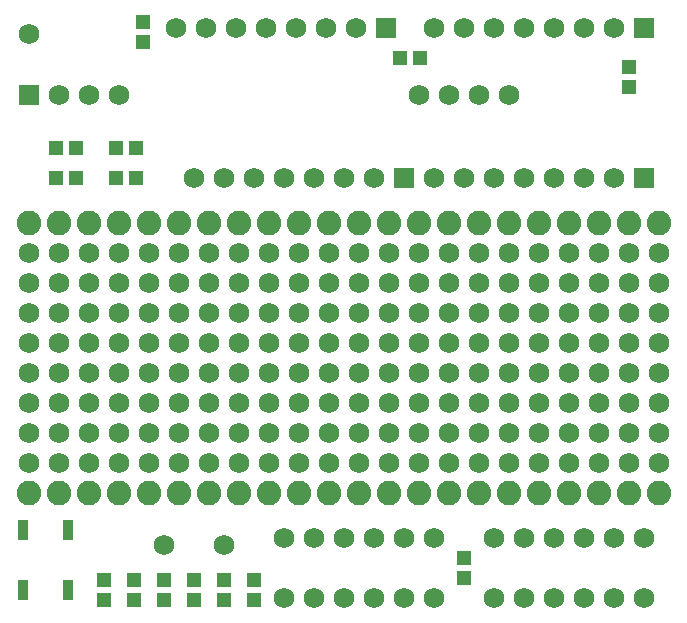
<source format=gts>
G75*
G70*
%OFA0B0*%
%FSLAX24Y24*%
%IPPOS*%
%LPD*%
%AMOC8*
5,1,8,0,0,1.08239X$1,22.5*
%
%ADD10C,0.0680*%
%ADD11R,0.0680X0.0680*%
%ADD12R,0.0474X0.0513*%
%ADD13R,0.0380X0.0680*%
%ADD14C,0.0820*%
%ADD15R,0.0513X0.0474*%
D10*
X005702Y003304D03*
X007702Y003304D03*
X009702Y003554D03*
X010702Y003554D03*
X011702Y003554D03*
X012702Y003554D03*
X013702Y003554D03*
X014702Y003554D03*
X016702Y003554D03*
X017702Y003554D03*
X018702Y003554D03*
X019702Y003554D03*
X020702Y003554D03*
X021702Y003554D03*
X021702Y001554D03*
X020702Y001554D03*
X019702Y001554D03*
X018702Y001554D03*
X017702Y001554D03*
X016702Y001554D03*
X014702Y001554D03*
X013702Y001554D03*
X012702Y001554D03*
X011702Y001554D03*
X010702Y001554D03*
X009702Y001554D03*
X010202Y006054D03*
X011202Y006054D03*
X012202Y006054D03*
X013202Y006054D03*
X013202Y007054D03*
X012202Y007054D03*
X011202Y007054D03*
X010202Y007054D03*
X009202Y007054D03*
X009202Y006054D03*
X008202Y006054D03*
X008202Y007054D03*
X008202Y008054D03*
X009202Y008054D03*
X010202Y008054D03*
X011202Y008054D03*
X012202Y008054D03*
X013202Y008054D03*
X013202Y009054D03*
X012202Y009054D03*
X011202Y009054D03*
X010202Y009054D03*
X009202Y009054D03*
X008202Y009054D03*
X008202Y010054D03*
X009202Y010054D03*
X010202Y010054D03*
X011202Y010054D03*
X012202Y010054D03*
X013202Y010054D03*
X013202Y011054D03*
X012202Y011054D03*
X011202Y011054D03*
X010202Y011054D03*
X009202Y011054D03*
X008202Y011054D03*
X008202Y012054D03*
X009202Y012054D03*
X010202Y012054D03*
X011202Y012054D03*
X012202Y012054D03*
X013202Y012054D03*
X014202Y012054D03*
X015202Y012054D03*
X016202Y012054D03*
X017202Y012054D03*
X018202Y012054D03*
X019202Y012054D03*
X020202Y012054D03*
X021202Y012054D03*
X022202Y012054D03*
X022202Y011054D03*
X022202Y010054D03*
X021202Y010054D03*
X021202Y011054D03*
X020202Y011054D03*
X020202Y010054D03*
X019202Y010054D03*
X019202Y011054D03*
X018202Y011054D03*
X018202Y010054D03*
X017202Y010054D03*
X017202Y011054D03*
X016202Y011054D03*
X016202Y010054D03*
X015202Y010054D03*
X015202Y011054D03*
X014202Y011054D03*
X014202Y010054D03*
X014202Y009054D03*
X015202Y009054D03*
X016202Y009054D03*
X017202Y009054D03*
X018202Y009054D03*
X019202Y009054D03*
X020202Y009054D03*
X020202Y008054D03*
X019202Y008054D03*
X018202Y008054D03*
X017202Y008054D03*
X016202Y008054D03*
X015202Y008054D03*
X014202Y008054D03*
X014202Y007054D03*
X015202Y007054D03*
X016202Y007054D03*
X017202Y007054D03*
X018202Y007054D03*
X019202Y007054D03*
X020202Y007054D03*
X020202Y006054D03*
X019202Y006054D03*
X018202Y006054D03*
X017202Y006054D03*
X016202Y006054D03*
X015202Y006054D03*
X014202Y006054D03*
X021202Y006054D03*
X022202Y006054D03*
X022202Y007054D03*
X021202Y007054D03*
X021202Y008054D03*
X022202Y008054D03*
X022202Y009054D03*
X021202Y009054D03*
X021202Y013054D03*
X022202Y013054D03*
X020202Y013054D03*
X019202Y013054D03*
X018202Y013054D03*
X017202Y013054D03*
X016202Y013054D03*
X015202Y013054D03*
X014202Y013054D03*
X013202Y013054D03*
X012202Y013054D03*
X011202Y013054D03*
X010202Y013054D03*
X009202Y013054D03*
X008202Y013054D03*
X007202Y013054D03*
X006202Y013054D03*
X005202Y013054D03*
X004202Y013054D03*
X003202Y013054D03*
X002202Y013054D03*
X002202Y012054D03*
X003202Y012054D03*
X004202Y012054D03*
X005202Y012054D03*
X006202Y012054D03*
X007202Y012054D03*
X007202Y011054D03*
X007202Y010054D03*
X006202Y010054D03*
X006202Y011054D03*
X005202Y011054D03*
X005202Y010054D03*
X004202Y010054D03*
X004202Y011054D03*
X003202Y011054D03*
X003202Y010054D03*
X002202Y010054D03*
X002202Y011054D03*
X001202Y011054D03*
X001202Y010054D03*
X001202Y009054D03*
X001202Y008054D03*
X002202Y008054D03*
X003202Y008054D03*
X004202Y008054D03*
X005202Y008054D03*
X006202Y008054D03*
X007202Y008054D03*
X007202Y009054D03*
X006202Y009054D03*
X005202Y009054D03*
X004202Y009054D03*
X003202Y009054D03*
X002202Y009054D03*
X002202Y007054D03*
X003202Y007054D03*
X004202Y007054D03*
X005202Y007054D03*
X006202Y007054D03*
X007202Y007054D03*
X007202Y006054D03*
X006202Y006054D03*
X005202Y006054D03*
X004202Y006054D03*
X003202Y006054D03*
X002202Y006054D03*
X001202Y006054D03*
X001202Y007054D03*
X001202Y012054D03*
X001202Y013054D03*
X002202Y018304D03*
X003202Y018304D03*
X004202Y018304D03*
X006102Y020554D03*
X007102Y020554D03*
X008102Y020554D03*
X009102Y020554D03*
X010102Y020554D03*
X011102Y020554D03*
X012102Y020554D03*
X014202Y018304D03*
X015202Y018304D03*
X016202Y018304D03*
X017202Y018304D03*
X017702Y020554D03*
X018702Y020554D03*
X019702Y020554D03*
X020702Y020554D03*
X016702Y020554D03*
X015702Y020554D03*
X014702Y020554D03*
X014702Y015554D03*
X015702Y015554D03*
X016702Y015554D03*
X017702Y015554D03*
X018702Y015554D03*
X019702Y015554D03*
X020702Y015554D03*
X012702Y015554D03*
X011702Y015554D03*
X010702Y015554D03*
X009702Y015554D03*
X008702Y015554D03*
X007702Y015554D03*
X006702Y015554D03*
X001202Y020354D03*
D11*
X001202Y018304D03*
X013102Y020554D03*
X013702Y015554D03*
X021702Y015554D03*
X021702Y020554D03*
D12*
X021202Y019239D03*
X021202Y018570D03*
X005002Y020070D03*
X005002Y020739D03*
X015702Y002889D03*
X015702Y002220D03*
X008702Y002139D03*
X008702Y001470D03*
X007702Y001470D03*
X007702Y002139D03*
X006702Y002139D03*
X006702Y001470D03*
X005702Y001470D03*
X005702Y002139D03*
X004702Y002139D03*
X004702Y001470D03*
X003702Y001470D03*
X003702Y002139D03*
D13*
X001002Y001804D03*
X002502Y001804D03*
X002502Y003804D03*
X001002Y003804D03*
D14*
X001202Y005054D03*
X002202Y005054D03*
X003202Y005054D03*
X004202Y005054D03*
X005202Y005054D03*
X006202Y005054D03*
X007202Y005054D03*
X008202Y005054D03*
X009202Y005054D03*
X010202Y005054D03*
X011202Y005054D03*
X012202Y005054D03*
X013202Y005054D03*
X014202Y005054D03*
X015202Y005054D03*
X016202Y005054D03*
X017202Y005054D03*
X018202Y005054D03*
X019202Y005054D03*
X020202Y005054D03*
X021202Y005054D03*
X022202Y005054D03*
X022202Y014054D03*
X021202Y014054D03*
X020202Y014054D03*
X019202Y014054D03*
X018202Y014054D03*
X017202Y014054D03*
X016202Y014054D03*
X015202Y014054D03*
X014202Y014054D03*
X013202Y014054D03*
X012202Y014054D03*
X011202Y014054D03*
X010202Y014054D03*
X009202Y014054D03*
X008202Y014054D03*
X007202Y014054D03*
X006202Y014054D03*
X005202Y014054D03*
X004202Y014054D03*
X003202Y014054D03*
X002202Y014054D03*
X001202Y014054D03*
D15*
X002117Y015554D03*
X002786Y015554D03*
X002786Y016554D03*
X002117Y016554D03*
X004117Y016554D03*
X004786Y016554D03*
X004786Y015554D03*
X004117Y015554D03*
X013567Y019554D03*
X014236Y019554D03*
M02*

</source>
